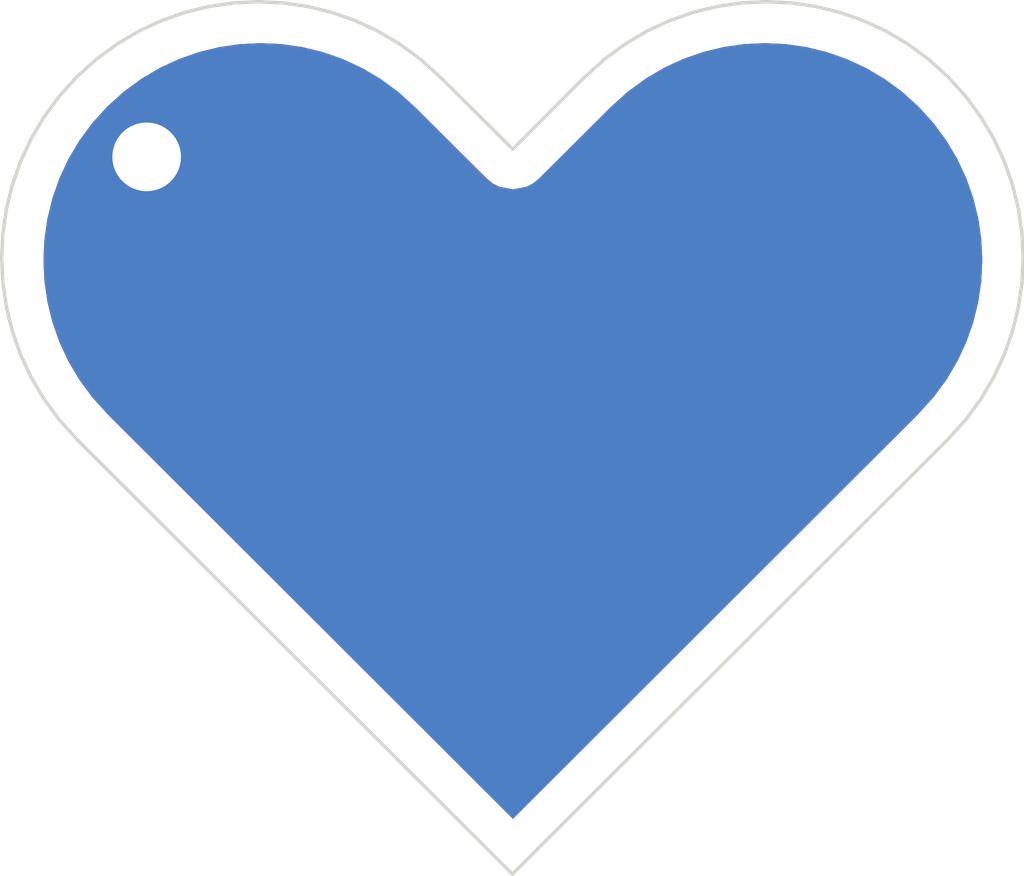
<source format=kicad_pcb>
(kicad_pcb (version 4) (host pcbnew 4.0.6)

  (general
    (links 0)
    (no_connects 0)
    (area 148.501049 76.261682 178.371153 107.959438)
    (thickness 1.6)
    (drawings 68)
    (tracks 0)
    (zones 0)
    (modules 3)
    (nets 1)
  )

  (page A4)
  (layers
    (0 F.Cu signal)
    (31 B.Cu signal)
    (32 B.Adhes user)
    (33 F.Adhes user)
    (34 B.Paste user)
    (35 F.Paste user)
    (36 B.SilkS user)
    (37 F.SilkS user)
    (38 B.Mask user)
    (39 F.Mask user)
    (40 Dwgs.User user)
    (41 Cmts.User user)
    (42 Eco1.User user)
    (43 Eco2.User user)
    (44 Edge.Cuts user)
    (45 Margin user)
    (46 B.CrtYd user)
    (47 F.CrtYd user)
    (48 B.Fab user)
    (49 F.Fab user)
  )

  (setup
    (last_trace_width 0.25)
    (trace_clearance 0.2)
    (zone_clearance 1)
    (zone_45_only no)
    (trace_min 0.2)
    (segment_width 0.2)
    (edge_width 0.15)
    (via_size 0.6)
    (via_drill 0.4)
    (via_min_size 0.4)
    (via_min_drill 0.3)
    (uvia_size 0.3)
    (uvia_drill 0.1)
    (uvias_allowed no)
    (uvia_min_size 0.2)
    (uvia_min_drill 0.1)
    (pcb_text_width 0.3)
    (pcb_text_size 1.5 1.5)
    (mod_edge_width 0.15)
    (mod_text_size 1 1)
    (mod_text_width 0.15)
    (pad_size 2.6 2.6)
    (pad_drill 2)
    (pad_to_mask_clearance 0.2)
    (aux_axis_origin 0 0)
    (visible_elements 7FFFFFFF)
    (pcbplotparams
      (layerselection 0x010f0_80000001)
      (usegerberextensions true)
      (excludeedgelayer true)
      (linewidth 0.020000)
      (plotframeref false)
      (viasonmask false)
      (mode 1)
      (useauxorigin false)
      (hpglpennumber 1)
      (hpglpenspeed 20)
      (hpglpendiameter 15)
      (hpglpenoverlay 2)
      (psnegative false)
      (psa4output false)
      (plotreference true)
      (plotvalue true)
      (plotinvisibletext false)
      (padsonsilk false)
      (subtractmaskfromsilk false)
      (outputformat 1)
      (mirror false)
      (drillshape 0)
      (scaleselection 1)
      (outputdirectory gerber))
  )

  (net 0 "")

  (net_class Default "This is the default net class."
    (clearance 0.2)
    (trace_width 0.25)
    (via_dia 0.6)
    (via_drill 0.4)
    (uvia_dia 0.3)
    (uvia_drill 0.1)
  )

  (module heart:heart (layer F.Cu) (tedit 599705E6) (tstamp 59983443)
    (at 163.449 92.03436)
    (descr "Imported from heart.svg")
    (tags svg2mod)
    (attr smd)
    (fp_text reference svg2mod (at 0 -14.353478) (layer F.SilkS) hide
      (effects (font (thickness 0.3048)))
    )
    (fp_text value G*** (at 0 14.353478) (layer F.SilkS) hide
      (effects (font (thickness 0.3048)))
    )
    (fp_poly (pts (xy -5.840272 -1.402757) (xy -5.879939 -1.712159) (xy -5.907705 -1.75381) (xy -5.943406 -1.735959)
      (xy -6.139757 -1.52374) (xy -6.379742 -1.363089) (xy -6.61576 -1.259955) (xy -6.816078 -1.236155)
      (xy -7.085814 -1.291689) (xy -7.163164 -1.373006) (xy -7.188948 -1.50589) (xy -7.109614 -1.934294)
      (xy -6.879545 -2.608632) (xy -6.482876 -3.624106) (xy -6.173473 -4.377778) (xy -5.967205 -4.837915)
      (xy -5.919605 -5.004516) (xy -5.981089 -5.1493) (xy -6.16554 -5.218717) (xy -6.468992 -5.198883)
      (xy -6.574605 -5.132441) (xy -6.649477 -5.028315) (xy -7.276215 -3.830373) (xy -7.736351 -3.037034)
      (xy -8.238634 -2.325508) (xy -8.690342 -1.817275) (xy -9.091474 -1.512336) (xy -9.44203 -1.410689)
      (xy -9.616565 -1.442423) (xy -9.751928 -1.510352) (xy -9.848617 -1.611007) (xy -9.925967 -1.910493)
      (xy -9.836717 -2.366662) (xy -9.568965 -2.9577) (xy -9.283363 -3.433704) (xy -8.981894 -3.82244)
      (xy -8.277805 -4.538428) (xy -7.601484 -5.067982) (xy -6.952929 -5.411101) (xy -6.332141 -5.567786)
      (xy -6.094139 -5.61737) (xy -6.014805 -5.702653) (xy -6.125873 -5.900988) (xy -6.276607 -6.037839)
      (xy -6.459076 -6.083456) (xy -6.793766 -6.053209) (xy -7.163164 -5.96247) (xy -8.006087 -5.599518)
      (xy -8.499445 -5.307965) (xy -8.948177 -4.980713) (xy -9.352284 -4.617761) (xy -9.711766 -4.219108)
      (xy -10.187274 -3.565099) (xy -10.526922 -2.943815) (xy -10.730711 -2.355257) (xy -10.79864 -1.799424)
      (xy -10.775833 -1.523738) (xy -10.707408 -1.291687) (xy -10.593365 -1.103269) (xy -10.433705 -0.958484)
      (xy -10.136203 -0.815683) (xy -9.814901 -0.768083) (xy -9.506986 -0.808246) (xy -9.18618 -0.928734)
      (xy -8.852482 -1.129548) (xy -8.505892 -1.410688) (xy -8.055672 -1.876774) (xy -7.704619 -2.370628)
      (xy -7.649085 -2.418228) (xy -7.617352 -2.396411) (xy -7.633216 -2.33096) (xy -7.853368 -1.728023)
      (xy -7.926752 -1.252019) (xy -7.871218 -1.029885) (xy -7.740317 -0.92923) (xy -7.553882 -0.857333)
      (xy -7.014412 -0.799816) (xy -6.673276 -0.823616) (xy -6.24884 -0.968401) (xy -5.895804 -1.22822)
      (xy -5.84027 -1.402754) (xy -5.840271 -1.402754) (xy -5.840272 -1.402757)) (layer F.Mask) (width 0))
    (fp_poly (pts (xy -2.560062 -1.402757) (xy -2.599729 -1.712159) (xy -2.627496 -1.75381) (xy -2.663196 -1.735959)
      (xy -2.847647 -1.535641) (xy -3.099532 -1.363089) (xy -3.488269 -1.220288) (xy -3.869071 -1.228221)
      (xy -4.029723 -1.321438) (xy -4.05154 -1.505889) (xy -3.972206 -1.759758) (xy -3.773871 -2.251628)
      (xy -3.496202 -2.997367) (xy -3.51207 -3.185785) (xy -3.623138 -3.338503) (xy -4.00394 -3.576504)
      (xy -4.241942 -3.695505) (xy -4.392677 -3.766906) (xy -4.464077 -3.82244) (xy -4.464077 -3.89384)
      (xy -4.42441 -4.100108) (xy -4.457631 -4.267205) (xy -4.525561 -4.387694) (xy -4.628199 -4.461574)
      (xy -4.765546 -4.488845) (xy -4.930659 -4.464052) (xy -5.061065 -4.381742) (xy -5.156761 -4.241917)
      (xy -5.217749 -4.044574) (xy -5.233617 -3.96524) (xy -5.233617 -3.893839) (xy -5.186017 -3.695505)
      (xy -5.130483 -3.552704) (xy -5.138416 -3.528903) (xy -5.146348 -3.489236) (xy -5.318899 -2.969599)
      (xy -5.550951 -2.442029) (xy -5.94762 -1.759757) (xy -6.304623 -1.402755) (xy -6.506925 -1.291687)
      (xy -6.76476 -1.212353) (xy -6.796493 -1.133019) (xy -6.740959 -0.871218) (xy -6.669559 -0.823617)
      (xy -6.330406 -0.924768) (xy -6.011087 -1.117153) (xy -5.552934 -1.591173) (xy -5.178082 -2.188161)
      (xy -5.067014 -2.449962) (xy -4.765545 -3.195701) (xy -4.719928 -3.269085) (xy -4.662411 -3.267099)
      (xy -4.452176 -3.132231) (xy -4.345075 -3.01323) (xy -4.317309 -2.900179) (xy -4.345075 -2.799029)
      (xy -4.535477 -2.338892) (xy -4.686211 -1.910489) (xy -4.781412 -1.529686) (xy -4.805212 -1.339285)
      (xy -4.719929 -1.061616) (xy -4.464077 -0.863281) (xy -4.02179 -0.774031) (xy -3.393069 -0.823614)
      (xy -2.984499 -0.952532) (xy -2.615597 -1.228217) (xy -2.560063 -1.402752) (xy -2.560063 -1.402753)
      (xy -2.560062 -1.402757)) (layer F.Mask) (width 0))
    (fp_poly (pts (xy -0.679353 -5.417053) (xy -0.615886 -5.678855) (xy -0.393751 -1.402757) (xy -0.433418 -1.712159)
      (xy -0.461184 -1.75381) (xy -0.496885 -1.735959) (xy -0.687286 -1.529691) (xy -0.933221 -1.363089)
      (xy -1.149406 -1.255989) (xy -1.321957 -1.220288) (xy -1.671026 -1.254006) (xy -1.893161 -1.355156)
      (xy -1.948695 -1.50589) (xy -1.885228 -1.807359) (xy -1.544092 -2.822833) (xy -1.23469 -3.75104)
      (xy -1.266424 -3.933508) (xy -1.377491 -4.036642) (xy -1.64921 -4.068375) (xy -1.940762 -4.020774)
      (xy -2.053813 -3.94144) (xy -2.12323 -3.782772) (xy -2.281898 -3.275035) (xy -2.432632 -2.767298)
      (xy -2.6389 -2.037426) (xy -2.710301 -1.680424) (xy -2.694433 -1.434489) (xy -2.638899 -1.244087)
      (xy -2.527832 -1.085419) (xy -2.33743 -0.926752) (xy -2.061745 -0.825601) (xy -1.631359 -0.791884)
      (xy -1.42509 -0.799817) (xy -1.226756 -0.823617) (xy -0.810253 -0.960468) (xy -0.449283 -1.22822)
      (xy -0.39375 -1.402754) (xy -0.39375 -1.402756) (xy -0.393751 -1.402757) (xy -0.615886 -5.678855)
      (xy -0.679353 -5.908923) (xy -0.869755 -6.059658) (xy -1.020489 -6.083458) (xy -1.284274 -6.029907)
      (xy -1.440959 -5.869256) (xy -1.524259 -5.672905) (xy -1.552026 -5.496387) (xy -1.488559 -5.284169)
      (xy -1.298158 -5.139384) (xy -1.131556 -5.107651) (xy -0.887605 -5.185001) (xy -0.679353 -5.417053)
      (xy -0.679353 -5.417053)) (layer F.Mask) (width 0))
    (fp_poly (pts (xy 2.672009 -1.402757) (xy 2.632342 -1.712159) (xy 2.604575 -1.75381) (xy 2.568875 -1.735959)
      (xy 2.388886 -1.531674) (xy 2.190056 -1.378956) (xy 1.972383 -1.277805) (xy 1.735869 -1.228222)
      (xy 1.083348 -1.224256) (xy 0.633128 -1.355157) (xy 0.537927 -1.43449) (xy 1.247966 -2.963652)
      (xy 1.117065 -2.6959) (xy 0.775929 -2.255597) (xy 0.307859 -1.886694) (xy 0.188858 -1.86686)
      (xy 0.149191 -2.029494) (xy 0.212658 -2.430131) (xy 0.40306 -2.918034) (xy 0.533961 -3.132236)
      (xy 0.704529 -3.298837) (xy 0.892947 -3.411888) (xy 1.061531 -3.449571) (xy 1.061531 -3.449572)
      (xy 1.234082 -3.382138) (xy 1.291599 -3.179836) (xy 1.247966 -2.963652) (xy 0.537927 -1.43449)
      (xy 0.577594 -1.482091) (xy 0.879063 -1.728026) (xy 1.196399 -2.045362) (xy 1.593068 -2.551115)
      (xy 1.767602 -2.973568) (xy 1.791403 -3.243304) (xy 1.762643 -3.505601) (xy 1.676368 -3.72129)
      (xy 1.532575 -3.890371) (xy 1.331265 -4.012843) (xy 1.005996 -4.068376) (xy 0.64701 -4.020776)
      (xy 0.299924 -3.877975) (xy -0.066995 -3.598323) (xy -0.34268 -3.203637) (xy -0.580682 -2.596732)
      (xy -0.660016 -2.029495) (xy -0.633239 -1.732984) (xy -0.552914 -1.470191) (xy -0.419038 -1.241114)
      (xy -0.231611 -1.045754) (xy -0.01146 -0.913862) (xy 0.276125 -0.819653) (xy 1.053598 -0.744285)
      (xy 1.839003 -0.815686) (xy 2.255506 -0.958487) (xy 2.616476 -1.228222) (xy 2.67201 -1.402757)
      (xy 2.672009 -1.402757)) (layer F.Mask) (width 0))
    (fp_poly (pts (xy 4.748326 -1.402757) (xy 4.708659 -1.712159) (xy 4.680892 -1.75381) (xy 4.645192 -1.735959)
      (xy 4.454791 -1.529691) (xy 4.208856 -1.363089) (xy 3.992671 -1.255989) (xy 3.820119 -1.220288)
      (xy 3.47105 -1.248055) (xy 3.280649 -1.331356) (xy 3.225115 -1.490023) (xy 3.280649 -1.799426)
      (xy 3.522617 -2.721682) (xy 3.899453 -3.917641) (xy 4.066054 -4.250843) (xy 4.393307 -4.754614)
      (xy 4.613458 -5.25045) (xy 4.661059 -5.536053) (xy 4.633293 -5.730421) (xy 4.549992 -5.885122)
      (xy 4.430991 -5.996189) (xy 4.280256 -6.04379) (xy 4.048205 -6.016518) (xy 3.84392 -5.895038)
      (xy 3.667402 -5.679349) (xy 3.518651 -5.369451) (xy 2.971247 -3.695505) (xy 2.681678 -2.572931)
      (xy 2.542844 -1.775625) (xy 2.534911 -1.609024) (xy 2.526979 -1.482089) (xy 2.606313 -1.123104)
      (xy 2.70548 -0.989724) (xy 2.844315 -0.887085) (xy 3.112067 -0.803785) (xy 3.439319 -0.776018)
      (xy 3.915322 -0.823618) (xy 4.331825 -0.960469) (xy 4.692795 -1.228221) (xy 4.748328 -1.402756)
      (xy 4.748327 -1.402756) (xy 4.748326 -1.402757)) (layer F.Mask) (width 0))
    (fp_poly (pts (xy 6.824643 -1.402757) (xy 6.784976 -1.712159) (xy 6.757209 -1.75381) (xy 6.721509 -1.735959)
      (xy 6.531108 -1.529691) (xy 6.285173 -1.363089) (xy 6.068988 -1.255989) (xy 5.896436 -1.220288)
      (xy 5.547367 -1.248055) (xy 5.356966 -1.331356) (xy 5.301432 -1.490023) (xy 5.356966 -1.799426)
      (xy 5.598934 -2.721682) (xy 5.97577 -3.917641) (xy 6.142371 -4.250843) (xy 6.469624 -4.754614)
      (xy 6.689775 -5.25045) (xy 6.737376 -5.536053) (xy 6.709609 -5.730421) (xy 6.626309 -5.885122)
      (xy 6.507308 -5.996189) (xy 6.356573 -6.04379) (xy 6.124522 -6.016518) (xy 5.920237 -5.895038)
      (xy 5.743719 -5.679349) (xy 5.594968 -5.369451) (xy 5.047564 -3.695505) (xy 4.757995 -2.572931)
      (xy 4.619161 -1.775625) (xy 4.611228 -1.609024) (xy 4.603296 -1.482089) (xy 4.68263 -1.123104)
      (xy 4.781797 -0.989724) (xy 4.920632 -0.887085) (xy 5.188384 -0.803785) (xy 5.515636 -0.776018)
      (xy 5.991639 -0.823618) (xy 6.408142 -0.960469) (xy 6.769111 -1.228221) (xy 6.824645 -1.402756)
      (xy 6.824643 -1.402756) (xy 6.824643 -1.402757)) (layer F.Mask) (width 0))
    (fp_poly (pts (xy 10.852574 -1.402757) (xy 10.812907 -1.712159) (xy 10.78514 -1.75381) (xy 10.74944 -1.735959)
      (xy 10.559039 -1.529691) (xy 10.313104 -1.363089) (xy 10.096919 -1.255989) (xy 9.924367 -1.220288)
      (xy 9.589182 -1.252022) (xy 9.39283 -1.347223) (xy 8.704609 -2.444013) (xy 8.33769 -1.910493)
      (xy 8.115555 -1.648691) (xy 7.996554 -1.513823) (xy 7.80417 -1.359122) (xy 7.639551 -1.307555)
      (xy 7.514601 -1.33086) (xy 7.42535 -1.400773) (xy 7.35395 -1.680425) (xy 7.4432 -2.112795)
      (xy 7.710952 -2.632432) (xy 7.94102 -2.912084) (xy 8.234556 -3.148103) (xy 8.549908 -3.304787)
      (xy 8.813694 -3.346437) (xy 9.015995 -3.306771) (xy 9.083429 -3.203636) (xy 9.075496 -3.156036)
      (xy 9.075495 -3.156036) (xy 9.075495 -3.156035) (xy 8.704609 -2.444013) (xy 9.39283 -1.347223)
      (xy 9.337297 -1.50589) (xy 9.39283 -1.783559) (xy 9.527698 -2.172295) (xy 9.741899 -2.695899)
      (xy 10.186169 -3.679639) (xy 10.207987 -3.814507) (xy 10.16237 -3.917641) (xy 9.884701 -4.004908)
      (xy 9.583232 -4.028709) (xy 9.456298 -3.941441) (xy 9.361097 -3.814507) (xy 9.293663 -3.766906)
      (xy 9.186563 -3.798639) (xy 8.902944 -3.903757) (xy 8.591559 -3.933506) (xy 8.157206 -3.868056)
      (xy 7.726819 -3.687571) (xy 7.457084 -3.510557) (xy 7.219082 -3.296851) (xy 6.838279 -2.759364)
      (xy 6.600277 -2.178244) (xy 6.520943 -1.640756) (xy 6.576477 -1.28177) (xy 6.743078 -0.998152)
      (xy 7.000914 -0.8018) (xy 7.346016 -0.73635) (xy 7.760536 -0.835517) (xy 8.194889 -1.133019)
      (xy 8.456691 -1.400771) (xy 8.623292 -1.64869) (xy 8.662959 -1.704223) (xy 8.710559 -1.720091)
      (xy 8.710559 -1.672491) (xy 8.647092 -1.323421) (xy 8.696676 -1.107237) (xy 8.845427 -0.934685)
      (xy 9.138962 -0.827585) (xy 9.607032 -0.791884) (xy 9.821234 -0.799817) (xy 10.019569 -0.823617)
      (xy 10.436072 -0.960468) (xy 10.797041 -1.22822) (xy 10.852575 -1.402755) (xy 10.852575 -1.402756)
      (xy 10.852574 -1.402757)) (layer F.Mask) (width 0))
    (fp_poly (pts (xy -7.346332 -11.305478) (xy -7.953286 -11.276497) (xy -8.556959 -11.189555) (xy -9.151337 -11.044652)
      (xy -9.730951 -10.841787) (xy -10.29252 -10.582054) (xy -10.83167 -10.263813) (xy -11.344027 -9.887611)
      (xy -11.82631 -9.452354) (xy -12.262661 -8.970071) (xy -12.638863 -8.458808) (xy -12.95765 -7.920752)
      (xy -13.21793 -7.359729) (xy -13.420795 -6.781209) (xy -13.566245 -6.188472) (xy -13.65264 -5.586986)
      (xy -13.681621 -4.980031) (xy -13.65264 -4.373077) (xy -13.566245 -3.771044) (xy -13.421342 -3.178307)
      (xy -13.219023 -2.599787) (xy -12.958744 -2.039311) (xy -12.639956 -1.501255) (xy -12.263207 -0.988898)
      (xy -11.809359 -0.487477) (xy 0 11.305478) (xy 11.809359 -0.487477) (xy 12.263755 -0.989444)
      (xy 12.639957 -1.500708) (xy 12.957651 -2.038764) (xy 13.218479 -2.599787) (xy 13.420795 -3.178854)
      (xy 13.566245 -3.771591) (xy 13.652642 -4.373077) (xy 13.681621 -4.979485) (xy 13.652642 -5.586439)
      (xy 13.565699 -6.188472) (xy 13.420249 -6.781209) (xy 13.21793 -7.360276) (xy 12.957651 -7.920205)
      (xy 12.638863 -8.458808) (xy 12.262115 -8.970071) (xy 11.82631 -9.451807) (xy 11.343481 -9.887611)
      (xy 10.831124 -10.263813) (xy 10.291974 -10.582054) (xy 9.730405 -10.841787) (xy 9.150791 -11.044652)
      (xy 8.55696 -11.189555) (xy 7.953287 -11.276497) (xy 7.345786 -11.305478) (xy 6.737738 -11.276497)
      (xy 6.134612 -11.189555) (xy 5.540781 -11.045198) (xy 4.96062 -10.84288) (xy 4.398504 -10.582601)
      (xy 3.859901 -10.264907) (xy 3.346997 -9.888705) (xy 2.845029 -9.43595) (xy 0.774824 -7.360276)
      (xy 0.605346 -7.221486) (xy 0.41738 -7.122206) (xy 0.010521 -7.042233) (xy -0.396676 -7.12046)
      (xy -0.585066 -7.218933) (xy -0.755138 -7.356995) (xy -2.843935 -9.434309) (xy -3.347543 -9.888705)
      (xy -3.860447 -10.264907) (xy -4.399597 -10.583148) (xy -4.960619 -10.84288) (xy -5.540233 -11.045198)
      (xy -6.135158 -11.189555) (xy -6.738284 -11.276497) (xy -7.346332 -11.305478)) (layer F.Cu) (width 0))
  )

  (module heart:heart (layer B.Cu) (tedit 599705E6) (tstamp 5998358F)
    (at 163.449 92.03436 180)
    (descr "Imported from heart.svg")
    (tags svg2mod)
    (attr smd)
    (fp_text reference svg2mod (at 0 14.353478 180) (layer B.SilkS) hide
      (effects (font (thickness 0.3048)) (justify mirror))
    )
    (fp_text value G*** (at 0 -14.353478 180) (layer B.SilkS) hide
      (effects (font (thickness 0.3048)) (justify mirror))
    )
    (fp_poly (pts (xy -5.840272 1.402757) (xy -5.879939 1.712159) (xy -5.907705 1.75381) (xy -5.943406 1.735959)
      (xy -6.139757 1.52374) (xy -6.379742 1.363089) (xy -6.61576 1.259955) (xy -6.816078 1.236155)
      (xy -7.085814 1.291689) (xy -7.163164 1.373006) (xy -7.188948 1.50589) (xy -7.109614 1.934294)
      (xy -6.879545 2.608632) (xy -6.482876 3.624106) (xy -6.173473 4.377778) (xy -5.967205 4.837915)
      (xy -5.919605 5.004516) (xy -5.981089 5.1493) (xy -6.16554 5.218717) (xy -6.468992 5.198883)
      (xy -6.574605 5.132441) (xy -6.649477 5.028315) (xy -7.276215 3.830373) (xy -7.736351 3.037034)
      (xy -8.238634 2.325508) (xy -8.690342 1.817275) (xy -9.091474 1.512336) (xy -9.44203 1.410689)
      (xy -9.616565 1.442423) (xy -9.751928 1.510352) (xy -9.848617 1.611007) (xy -9.925967 1.910493)
      (xy -9.836717 2.366662) (xy -9.568965 2.9577) (xy -9.283363 3.433704) (xy -8.981894 3.82244)
      (xy -8.277805 4.538428) (xy -7.601484 5.067982) (xy -6.952929 5.411101) (xy -6.332141 5.567786)
      (xy -6.094139 5.61737) (xy -6.014805 5.702653) (xy -6.125873 5.900988) (xy -6.276607 6.037839)
      (xy -6.459076 6.083456) (xy -6.793766 6.053209) (xy -7.163164 5.96247) (xy -8.006087 5.599518)
      (xy -8.499445 5.307965) (xy -8.948177 4.980713) (xy -9.352284 4.617761) (xy -9.711766 4.219108)
      (xy -10.187274 3.565099) (xy -10.526922 2.943815) (xy -10.730711 2.355257) (xy -10.79864 1.799424)
      (xy -10.775833 1.523738) (xy -10.707408 1.291687) (xy -10.593365 1.103269) (xy -10.433705 0.958484)
      (xy -10.136203 0.815683) (xy -9.814901 0.768083) (xy -9.506986 0.808246) (xy -9.18618 0.928734)
      (xy -8.852482 1.129548) (xy -8.505892 1.410688) (xy -8.055672 1.876774) (xy -7.704619 2.370628)
      (xy -7.649085 2.418228) (xy -7.617352 2.396411) (xy -7.633216 2.33096) (xy -7.853368 1.728023)
      (xy -7.926752 1.252019) (xy -7.871218 1.029885) (xy -7.740317 0.92923) (xy -7.553882 0.857333)
      (xy -7.014412 0.799816) (xy -6.673276 0.823616) (xy -6.24884 0.968401) (xy -5.895804 1.22822)
      (xy -5.84027 1.402754) (xy -5.840271 1.402754) (xy -5.840272 1.402757)) (layer B.Mask) (width 0))
    (fp_poly (pts (xy -2.560062 1.402757) (xy -2.599729 1.712159) (xy -2.627496 1.75381) (xy -2.663196 1.735959)
      (xy -2.847647 1.535641) (xy -3.099532 1.363089) (xy -3.488269 1.220288) (xy -3.869071 1.228221)
      (xy -4.029723 1.321438) (xy -4.05154 1.505889) (xy -3.972206 1.759758) (xy -3.773871 2.251628)
      (xy -3.496202 2.997367) (xy -3.51207 3.185785) (xy -3.623138 3.338503) (xy -4.00394 3.576504)
      (xy -4.241942 3.695505) (xy -4.392677 3.766906) (xy -4.464077 3.82244) (xy -4.464077 3.89384)
      (xy -4.42441 4.100108) (xy -4.457631 4.267205) (xy -4.525561 4.387694) (xy -4.628199 4.461574)
      (xy -4.765546 4.488845) (xy -4.930659 4.464052) (xy -5.061065 4.381742) (xy -5.156761 4.241917)
      (xy -5.217749 4.044574) (xy -5.233617 3.96524) (xy -5.233617 3.893839) (xy -5.186017 3.695505)
      (xy -5.130483 3.552704) (xy -5.138416 3.528903) (xy -5.146348 3.489236) (xy -5.318899 2.969599)
      (xy -5.550951 2.442029) (xy -5.94762 1.759757) (xy -6.304623 1.402755) (xy -6.506925 1.291687)
      (xy -6.76476 1.212353) (xy -6.796493 1.133019) (xy -6.740959 0.871218) (xy -6.669559 0.823617)
      (xy -6.330406 0.924768) (xy -6.011087 1.117153) (xy -5.552934 1.591173) (xy -5.178082 2.188161)
      (xy -5.067014 2.449962) (xy -4.765545 3.195701) (xy -4.719928 3.269085) (xy -4.662411 3.267099)
      (xy -4.452176 3.132231) (xy -4.345075 3.01323) (xy -4.317309 2.900179) (xy -4.345075 2.799029)
      (xy -4.535477 2.338892) (xy -4.686211 1.910489) (xy -4.781412 1.529686) (xy -4.805212 1.339285)
      (xy -4.719929 1.061616) (xy -4.464077 0.863281) (xy -4.02179 0.774031) (xy -3.393069 0.823614)
      (xy -2.984499 0.952532) (xy -2.615597 1.228217) (xy -2.560063 1.402752) (xy -2.560063 1.402753)
      (xy -2.560062 1.402757)) (layer B.Mask) (width 0))
    (fp_poly (pts (xy -0.679353 5.417053) (xy -0.615886 5.678855) (xy -0.393751 1.402757) (xy -0.433418 1.712159)
      (xy -0.461184 1.75381) (xy -0.496885 1.735959) (xy -0.687286 1.529691) (xy -0.933221 1.363089)
      (xy -1.149406 1.255989) (xy -1.321957 1.220288) (xy -1.671026 1.254006) (xy -1.893161 1.355156)
      (xy -1.948695 1.50589) (xy -1.885228 1.807359) (xy -1.544092 2.822833) (xy -1.23469 3.75104)
      (xy -1.266424 3.933508) (xy -1.377491 4.036642) (xy -1.64921 4.068375) (xy -1.940762 4.020774)
      (xy -2.053813 3.94144) (xy -2.12323 3.782772) (xy -2.281898 3.275035) (xy -2.432632 2.767298)
      (xy -2.6389 2.037426) (xy -2.710301 1.680424) (xy -2.694433 1.434489) (xy -2.638899 1.244087)
      (xy -2.527832 1.085419) (xy -2.33743 0.926752) (xy -2.061745 0.825601) (xy -1.631359 0.791884)
      (xy -1.42509 0.799817) (xy -1.226756 0.823617) (xy -0.810253 0.960468) (xy -0.449283 1.22822)
      (xy -0.39375 1.402754) (xy -0.39375 1.402756) (xy -0.393751 1.402757) (xy -0.615886 5.678855)
      (xy -0.679353 5.908923) (xy -0.869755 6.059658) (xy -1.020489 6.083458) (xy -1.284274 6.029907)
      (xy -1.440959 5.869256) (xy -1.524259 5.672905) (xy -1.552026 5.496387) (xy -1.488559 5.284169)
      (xy -1.298158 5.139384) (xy -1.131556 5.107651) (xy -0.887605 5.185001) (xy -0.679353 5.417053)
      (xy -0.679353 5.417053)) (layer B.Mask) (width 0))
    (fp_poly (pts (xy 2.672009 1.402757) (xy 2.632342 1.712159) (xy 2.604575 1.75381) (xy 2.568875 1.735959)
      (xy 2.388886 1.531674) (xy 2.190056 1.378956) (xy 1.972383 1.277805) (xy 1.735869 1.228222)
      (xy 1.083348 1.224256) (xy 0.633128 1.355157) (xy 0.537927 1.43449) (xy 1.247966 2.963652)
      (xy 1.117065 2.6959) (xy 0.775929 2.255597) (xy 0.307859 1.886694) (xy 0.188858 1.86686)
      (xy 0.149191 2.029494) (xy 0.212658 2.430131) (xy 0.40306 2.918034) (xy 0.533961 3.132236)
      (xy 0.704529 3.298837) (xy 0.892947 3.411888) (xy 1.061531 3.449571) (xy 1.061531 3.449572)
      (xy 1.234082 3.382138) (xy 1.291599 3.179836) (xy 1.247966 2.963652) (xy 0.537927 1.43449)
      (xy 0.577594 1.482091) (xy 0.879063 1.728026) (xy 1.196399 2.045362) (xy 1.593068 2.551115)
      (xy 1.767602 2.973568) (xy 1.791403 3.243304) (xy 1.762643 3.505601) (xy 1.676368 3.72129)
      (xy 1.532575 3.890371) (xy 1.331265 4.012843) (xy 1.005996 4.068376) (xy 0.64701 4.020776)
      (xy 0.299924 3.877975) (xy -0.066995 3.598323) (xy -0.34268 3.203637) (xy -0.580682 2.596732)
      (xy -0.660016 2.029495) (xy -0.633239 1.732984) (xy -0.552914 1.470191) (xy -0.419038 1.241114)
      (xy -0.231611 1.045754) (xy -0.01146 0.913862) (xy 0.276125 0.819653) (xy 1.053598 0.744285)
      (xy 1.839003 0.815686) (xy 2.255506 0.958487) (xy 2.616476 1.228222) (xy 2.67201 1.402757)
      (xy 2.672009 1.402757)) (layer B.Mask) (width 0))
    (fp_poly (pts (xy 4.748326 1.402757) (xy 4.708659 1.712159) (xy 4.680892 1.75381) (xy 4.645192 1.735959)
      (xy 4.454791 1.529691) (xy 4.208856 1.363089) (xy 3.992671 1.255989) (xy 3.820119 1.220288)
      (xy 3.47105 1.248055) (xy 3.280649 1.331356) (xy 3.225115 1.490023) (xy 3.280649 1.799426)
      (xy 3.522617 2.721682) (xy 3.899453 3.917641) (xy 4.066054 4.250843) (xy 4.393307 4.754614)
      (xy 4.613458 5.25045) (xy 4.661059 5.536053) (xy 4.633293 5.730421) (xy 4.549992 5.885122)
      (xy 4.430991 5.996189) (xy 4.280256 6.04379) (xy 4.048205 6.016518) (xy 3.84392 5.895038)
      (xy 3.667402 5.679349) (xy 3.518651 5.369451) (xy 2.971247 3.695505) (xy 2.681678 2.572931)
      (xy 2.542844 1.775625) (xy 2.534911 1.609024) (xy 2.526979 1.482089) (xy 2.606313 1.123104)
      (xy 2.70548 0.989724) (xy 2.844315 0.887085) (xy 3.112067 0.803785) (xy 3.439319 0.776018)
      (xy 3.915322 0.823618) (xy 4.331825 0.960469) (xy 4.692795 1.228221) (xy 4.748328 1.402756)
      (xy 4.748327 1.402756) (xy 4.748326 1.402757)) (layer B.Mask) (width 0))
    (fp_poly (pts (xy 6.824643 1.402757) (xy 6.784976 1.712159) (xy 6.757209 1.75381) (xy 6.721509 1.735959)
      (xy 6.531108 1.529691) (xy 6.285173 1.363089) (xy 6.068988 1.255989) (xy 5.896436 1.220288)
      (xy 5.547367 1.248055) (xy 5.356966 1.331356) (xy 5.301432 1.490023) (xy 5.356966 1.799426)
      (xy 5.598934 2.721682) (xy 5.97577 3.917641) (xy 6.142371 4.250843) (xy 6.469624 4.754614)
      (xy 6.689775 5.25045) (xy 6.737376 5.536053) (xy 6.709609 5.730421) (xy 6.626309 5.885122)
      (xy 6.507308 5.996189) (xy 6.356573 6.04379) (xy 6.124522 6.016518) (xy 5.920237 5.895038)
      (xy 5.743719 5.679349) (xy 5.594968 5.369451) (xy 5.047564 3.695505) (xy 4.757995 2.572931)
      (xy 4.619161 1.775625) (xy 4.611228 1.609024) (xy 4.603296 1.482089) (xy 4.68263 1.123104)
      (xy 4.781797 0.989724) (xy 4.920632 0.887085) (xy 5.188384 0.803785) (xy 5.515636 0.776018)
      (xy 5.991639 0.823618) (xy 6.408142 0.960469) (xy 6.769111 1.228221) (xy 6.824645 1.402756)
      (xy 6.824643 1.402756) (xy 6.824643 1.402757)) (layer B.Mask) (width 0))
    (fp_poly (pts (xy 10.852574 1.402757) (xy 10.812907 1.712159) (xy 10.78514 1.75381) (xy 10.74944 1.735959)
      (xy 10.559039 1.529691) (xy 10.313104 1.363089) (xy 10.096919 1.255989) (xy 9.924367 1.220288)
      (xy 9.589182 1.252022) (xy 9.39283 1.347223) (xy 8.704609 2.444013) (xy 8.33769 1.910493)
      (xy 8.115555 1.648691) (xy 7.996554 1.513823) (xy 7.80417 1.359122) (xy 7.639551 1.307555)
      (xy 7.514601 1.33086) (xy 7.42535 1.400773) (xy 7.35395 1.680425) (xy 7.4432 2.112795)
      (xy 7.710952 2.632432) (xy 7.94102 2.912084) (xy 8.234556 3.148103) (xy 8.549908 3.304787)
      (xy 8.813694 3.346437) (xy 9.015995 3.306771) (xy 9.083429 3.203636) (xy 9.075496 3.156036)
      (xy 9.075495 3.156036) (xy 9.075495 3.156035) (xy 8.704609 2.444013) (xy 9.39283 1.347223)
      (xy 9.337297 1.50589) (xy 9.39283 1.783559) (xy 9.527698 2.172295) (xy 9.741899 2.695899)
      (xy 10.186169 3.679639) (xy 10.207987 3.814507) (xy 10.16237 3.917641) (xy 9.884701 4.004908)
      (xy 9.583232 4.028709) (xy 9.456298 3.941441) (xy 9.361097 3.814507) (xy 9.293663 3.766906)
      (xy 9.186563 3.798639) (xy 8.902944 3.903757) (xy 8.591559 3.933506) (xy 8.157206 3.868056)
      (xy 7.726819 3.687571) (xy 7.457084 3.510557) (xy 7.219082 3.296851) (xy 6.838279 2.759364)
      (xy 6.600277 2.178244) (xy 6.520943 1.640756) (xy 6.576477 1.28177) (xy 6.743078 0.998152)
      (xy 7.000914 0.8018) (xy 7.346016 0.73635) (xy 7.760536 0.835517) (xy 8.194889 1.133019)
      (xy 8.456691 1.400771) (xy 8.623292 1.64869) (xy 8.662959 1.704223) (xy 8.710559 1.720091)
      (xy 8.710559 1.672491) (xy 8.647092 1.323421) (xy 8.696676 1.107237) (xy 8.845427 0.934685)
      (xy 9.138962 0.827585) (xy 9.607032 0.791884) (xy 9.821234 0.799817) (xy 10.019569 0.823617)
      (xy 10.436072 0.960468) (xy 10.797041 1.22822) (xy 10.852575 1.402755) (xy 10.852575 1.402756)
      (xy 10.852574 1.402757)) (layer B.Mask) (width 0))
    (fp_poly (pts (xy -7.346332 11.305478) (xy -7.953286 11.276497) (xy -8.556959 11.189555) (xy -9.151337 11.044652)
      (xy -9.730951 10.841787) (xy -10.29252 10.582054) (xy -10.83167 10.263813) (xy -11.344027 9.887611)
      (xy -11.82631 9.452354) (xy -12.262661 8.970071) (xy -12.638863 8.458808) (xy -12.95765 7.920752)
      (xy -13.21793 7.359729) (xy -13.420795 6.781209) (xy -13.566245 6.188472) (xy -13.65264 5.586986)
      (xy -13.681621 4.980031) (xy -13.65264 4.373077) (xy -13.566245 3.771044) (xy -13.421342 3.178307)
      (xy -13.219023 2.599787) (xy -12.958744 2.039311) (xy -12.639956 1.501255) (xy -12.263207 0.988898)
      (xy -11.809359 0.487477) (xy 0 -11.305478) (xy 11.809359 0.487477) (xy 12.263755 0.989444)
      (xy 12.639957 1.500708) (xy 12.957651 2.038764) (xy 13.218479 2.599787) (xy 13.420795 3.178854)
      (xy 13.566245 3.771591) (xy 13.652642 4.373077) (xy 13.681621 4.979485) (xy 13.652642 5.586439)
      (xy 13.565699 6.188472) (xy 13.420249 6.781209) (xy 13.21793 7.360276) (xy 12.957651 7.920205)
      (xy 12.638863 8.458808) (xy 12.262115 8.970071) (xy 11.82631 9.451807) (xy 11.343481 9.887611)
      (xy 10.831124 10.263813) (xy 10.291974 10.582054) (xy 9.730405 10.841787) (xy 9.150791 11.044652)
      (xy 8.55696 11.189555) (xy 7.953287 11.276497) (xy 7.345786 11.305478) (xy 6.737738 11.276497)
      (xy 6.134612 11.189555) (xy 5.540781 11.045198) (xy 4.96062 10.84288) (xy 4.398504 10.582601)
      (xy 3.859901 10.264907) (xy 3.346997 9.888705) (xy 2.845029 9.43595) (xy 0.774824 7.360276)
      (xy 0.605346 7.221486) (xy 0.41738 7.122206) (xy 0.010521 7.042233) (xy -0.396676 7.12046)
      (xy -0.585066 7.218933) (xy -0.755138 7.356995) (xy -2.843935 9.434309) (xy -3.347543 9.888705)
      (xy -3.860447 10.264907) (xy -4.399597 10.583148) (xy -4.960619 10.84288) (xy -5.540233 11.045198)
      (xy -6.135158 11.189555) (xy -6.738284 11.276497) (xy -7.346332 11.305478)) (layer B.Cu) (width 0))
  )

  (module Wire_Pads:SolderWirePad_single_2mmDrill (layer F.Cu) (tedit 59983710) (tstamp 599836B8)
    (at 152.77592 84.04352)
    (fp_text reference "" (at 0 -3.81) (layer F.SilkS)
      (effects (font (size 1 1) (thickness 0.15)))
    )
    (fp_text value "" (at -0.635 3.81) (layer F.Fab)
      (effects (font (size 1 1) (thickness 0.15)))
    )
    (pad 1 thru_hole circle (at 0 0) (size 2.6 2.6) (drill 2) (layers *.Cu *.Mask))
  )

  (gr_line (start 176.131556 92.272785) (end 163.4361 104.950462) (layer Edge.Cuts) (width 0.1))
  (gr_line (start 176.644839 91.705391) (end 176.131556 92.272785) (layer Edge.Cuts) (width 0.1))
  (gr_line (start 177.089666 91.100855) (end 176.644839 91.705391) (layer Edge.Cuts) (width 0.1))
  (gr_line (start 177.466041 90.464482) (end 177.089666 91.100855) (layer Edge.Cuts) (width 0.1))
  (gr_line (start 177.773965 89.801582) (end 177.466041 90.464482) (layer Edge.Cuts) (width 0.1))
  (gr_line (start 178.013436 89.117461) (end 177.773965 89.801582) (layer Edge.Cuts) (width 0.1))
  (gr_line (start 178.18446 88.417428) (end 178.013436 89.117461) (layer Edge.Cuts) (width 0.1))
  (gr_line (start 178.287031 87.706789) (end 178.18446 88.417428) (layer Edge.Cuts) (width 0.1))
  (gr_line (start 178.321152 86.990852) (end 178.287031 87.706789) (layer Edge.Cuts) (width 0.1))
  (gr_line (start 178.286828 86.274925) (end 178.321152 86.990852) (layer Edge.Cuts) (width 0.1))
  (gr_line (start 178.184054 85.564315) (end 178.286828 86.274925) (layer Edge.Cuts) (width 0.1))
  (gr_line (start 178.012835 84.86433) (end 178.184054 85.564315) (layer Edge.Cuts) (width 0.1))
  (gr_line (start 177.773166 84.180277) (end 178.012835 84.86433) (layer Edge.Cuts) (width 0.1))
  (gr_line (start 177.465056 83.517464) (end 177.773166 84.180277) (layer Edge.Cuts) (width 0.1))
  (gr_line (start 177.088501 82.881199) (end 177.465056 83.517464) (layer Edge.Cuts) (width 0.1))
  (gr_line (start 176.643503 82.276788) (end 177.088501 82.881199) (layer Edge.Cuts) (width 0.1))
  (gr_line (start 176.13006 81.709539) (end 176.643503 82.276788) (layer Edge.Cuts) (width 0.1))
  (gr_line (start 175.562015 81.196815) (end 176.13006 81.709539) (layer Edge.Cuts) (width 0.1))
  (gr_line (start 174.956755 80.752438) (end 175.562015 81.196815) (layer Edge.Cuts) (width 0.1))
  (gr_line (start 174.319596 80.376409) (end 174.956755 80.752438) (layer Edge.Cuts) (width 0.1))
  (gr_line (start 173.655853 80.068729) (end 174.319596 80.376409) (layer Edge.Cuts) (width 0.1))
  (gr_line (start 172.97084 79.829398) (end 173.655853 80.068729) (layer Edge.Cuts) (width 0.1))
  (gr_line (start 172.269873 79.658417) (end 172.97084 79.829398) (layer Edge.Cuts) (width 0.1))
  (gr_line (start 171.558266 79.555787) (end 172.269873 79.658417) (layer Edge.Cuts) (width 0.1))
  (gr_line (start 170.841334 79.521509) (end 171.558266 79.555787) (layer Edge.Cuts) (width 0.1))
  (gr_line (start 170.124393 79.555583) (end 170.841334 79.521509) (layer Edge.Cuts) (width 0.1))
  (gr_line (start 169.412757 79.658011) (end 170.124393 79.555583) (layer Edge.Cuts) (width 0.1))
  (gr_line (start 168.711742 79.828793) (end 169.412757 79.658011) (layer Edge.Cuts) (width 0.1))
  (gr_line (start 168.026662 80.06793) (end 168.711742 79.828793) (layer Edge.Cuts) (width 0.1))
  (gr_line (start 167.362832 80.375422) (end 168.026662 80.06793) (layer Edge.Cuts) (width 0.1))
  (gr_line (start 166.725567 80.751271) (end 167.362832 80.375422) (layer Edge.Cuts) (width 0.1))
  (gr_line (start 166.120182 81.195477) (end 166.725567 80.751271) (layer Edge.Cuts) (width 0.1))
  (gr_line (start 165.551992 81.70804) (end 166.120182 81.195477) (layer Edge.Cuts) (width 0.1))
  (gr_line (start 163.444395 83.82097) (end 165.551992 81.70804) (layer Edge.Cuts) (width 0.1))
  (gr_line (start 161.320209 81.70804) (end 163.444395 83.82097) (layer Edge.Cuts) (width 0.1))
  (gr_line (start 160.752019 81.195477) (end 161.320209 81.70804) (layer Edge.Cuts) (width 0.1))
  (gr_line (start 160.146634 80.751271) (end 160.752019 81.195477) (layer Edge.Cuts) (width 0.1))
  (gr_line (start 159.509369 80.375421) (end 160.146634 80.751271) (layer Edge.Cuts) (width 0.1))
  (gr_line (start 158.845539 80.067928) (end 159.509369 80.375421) (layer Edge.Cuts) (width 0.1))
  (gr_line (start 158.160459 79.82879) (end 158.845539 80.067928) (layer Edge.Cuts) (width 0.1))
  (gr_line (start 157.459444 79.658006) (end 158.160459 79.82879) (layer Edge.Cuts) (width 0.1))
  (gr_line (start 156.747809 79.555576) (end 157.459444 79.658006) (layer Edge.Cuts) (width 0.1))
  (gr_line (start 156.030868 79.521497) (end 156.747809 79.555576) (layer Edge.Cuts) (width 0.1))
  (gr_line (start 155.313937 79.555771) (end 156.030868 79.521497) (layer Edge.Cuts) (width 0.1))
  (gr_line (start 154.602331 79.658394) (end 155.313937 79.555771) (layer Edge.Cuts) (width 0.1))
  (gr_line (start 153.901364 79.829368) (end 154.602331 79.658394) (layer Edge.Cuts) (width 0.1))
  (gr_line (start 153.216352 80.06869) (end 153.901364 79.829368) (layer Edge.Cuts) (width 0.1))
  (gr_line (start 152.55261 80.37636) (end 153.216352 80.06869) (layer Edge.Cuts) (width 0.1))
  (gr_line (start 151.915452 80.752377) (end 152.55261 80.37636) (layer Edge.Cuts) (width 0.1))
  (gr_line (start 151.310194 81.196739) (end 151.915452 80.752377) (layer Edge.Cuts) (width 0.1))
  (gr_line (start 150.742151 81.709447) (end 151.310194 81.196739) (layer Edge.Cuts) (width 0.1))
  (gr_line (start 150.228707 82.276696) (end 150.742151 81.709447) (layer Edge.Cuts) (width 0.1))
  (gr_line (start 149.783706 82.881107) (end 150.228707 82.276696) (layer Edge.Cuts) (width 0.1))
  (gr_line (start 149.40715 83.517372) (end 149.783706 82.881107) (layer Edge.Cuts) (width 0.1))
  (gr_line (start 149.099038 84.180186) (end 149.40715 83.517372) (layer Edge.Cuts) (width 0.1))
  (gr_line (start 148.859371 84.864239) (end 149.099038 84.180186) (layer Edge.Cuts) (width 0.1))
  (gr_line (start 148.68815 85.564225) (end 148.859371 84.864239) (layer Edge.Cuts) (width 0.1))
  (gr_line (start 148.585376 86.274836) (end 148.68815 85.564225) (layer Edge.Cuts) (width 0.1))
  (gr_line (start 148.55105 86.990765) (end 148.585376 86.274836) (layer Edge.Cuts) (width 0.1))
  (gr_line (start 148.585173 87.706704) (end 148.55105 86.990765) (layer Edge.Cuts) (width 0.1))
  (gr_line (start 148.687745 88.417346) (end 148.585173 87.706704) (layer Edge.Cuts) (width 0.1))
  (gr_line (start 148.858766 89.117383) (end 148.687745 88.417346) (layer Edge.Cuts) (width 0.1))
  (gr_line (start 149.098239 89.801508) (end 148.858766 89.117383) (layer Edge.Cuts) (width 0.1))
  (gr_line (start 149.406163 90.464414) (end 149.098239 89.801508) (layer Edge.Cuts) (width 0.1))
  (gr_line (start 149.78254 91.100793) (end 149.406163 90.464414) (layer Edge.Cuts) (width 0.1))
  (gr_line (start 150.227369 91.705337) (end 149.78254 91.100793) (layer Edge.Cuts) (width 0.1))
  (gr_line (start 150.740653 92.27274) (end 150.227369 91.705337) (layer Edge.Cuts) (width 0.1))
  (gr_line (start 163.4361 104.950462) (end 150.740653 92.27274) (layer Edge.Cuts) (width 0.1))

)

</source>
